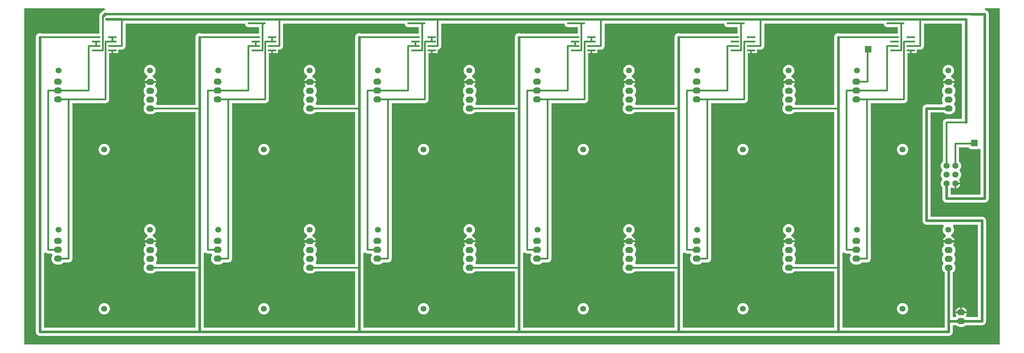
<source format=gbl>
G04 Layer_Physical_Order=2*
G04 Layer_Color=16711680*
%FSLAX25Y25*%
%MOIN*%
G70*
G01*
G75*
%ADD10R,0.09400X0.02000*%
%ADD11C,0.02000*%
%ADD12C,0.03000*%
%ADD13R,0.07500X0.07500*%
%ADD14R,0.20000X0.02000*%
%ADD15R,9.70000X0.03000*%
%ADD16R,9.80000X0.03000*%
%ADD17O,0.09000X0.07000*%
%ADD18C,0.07000*%
%ADD19C,0.06693*%
G36*
X348974Y462000D02*
X349077Y461217D01*
X349379Y460487D01*
X349860Y459860D01*
X350487Y459379D01*
X351217Y459077D01*
X352000Y458974D01*
X364465D01*
Y451500D01*
X361162D01*
X360900Y451535D01*
X299519D01*
X298675Y451884D01*
X297500Y452039D01*
X296325Y451884D01*
X295231Y451431D01*
X294291Y450709D01*
X293569Y449769D01*
X293116Y448675D01*
X292961Y447500D01*
Y370964D01*
X249018D01*
X248212Y372829D01*
X248431Y373300D01*
X249034Y374429D01*
X249406Y375655D01*
X249531Y376929D01*
X249406Y378203D01*
X249034Y379429D01*
X248431Y380558D01*
X247618Y381547D01*
Y382311D01*
X248431Y383300D01*
X249034Y384430D01*
X249406Y385655D01*
X249531Y386929D01*
X249406Y388203D01*
X249034Y389428D01*
X248431Y390558D01*
X247884Y391223D01*
X246978Y392903D01*
X247679Y393992D01*
X247804Y394155D01*
X248358Y395493D01*
X248416Y395929D01*
X235584D01*
X235642Y395493D01*
X236196Y394155D01*
X236321Y393992D01*
X237022Y392903D01*
X236116Y391223D01*
X235569Y390558D01*
X234966Y389428D01*
X234594Y388203D01*
X234469Y386929D01*
X234594Y385655D01*
X234966Y384430D01*
X235569Y383300D01*
X236205Y381929D01*
X235569Y380558D01*
X234966Y379429D01*
X234594Y378203D01*
X234469Y376929D01*
X234594Y375655D01*
X234966Y374429D01*
X235569Y373300D01*
X236205Y371929D01*
X235569Y370558D01*
X234966Y369428D01*
X234594Y368203D01*
X234469Y366929D01*
X234594Y365655D01*
X234966Y364429D01*
X235569Y363300D01*
X236382Y362311D01*
X237371Y361498D01*
X238500Y360895D01*
X239726Y360523D01*
X241000Y360398D01*
X243000D01*
X244274Y360523D01*
X245499Y360895D01*
X246629Y361498D01*
X247618Y362311D01*
X248098Y362895D01*
X292961D01*
Y190963D01*
X249018D01*
X248212Y192829D01*
X248431Y193300D01*
X249034Y194430D01*
X249406Y195655D01*
X249531Y196929D01*
X249406Y198203D01*
X249034Y199428D01*
X248431Y200558D01*
X247618Y201547D01*
Y202311D01*
X248431Y203300D01*
X249034Y204430D01*
X249406Y205655D01*
X249531Y206929D01*
X249406Y208203D01*
X249034Y209429D01*
X248431Y210558D01*
X247884Y211223D01*
X246978Y212903D01*
X247679Y213992D01*
X247804Y214155D01*
X248358Y215493D01*
X248416Y215929D01*
X235584D01*
X235642Y215493D01*
X236196Y214155D01*
X236321Y213992D01*
X237022Y212903D01*
X236116Y211223D01*
X235569Y210558D01*
X234966Y209429D01*
X234594Y208203D01*
X234469Y206929D01*
X234594Y205655D01*
X234966Y204430D01*
X235569Y203300D01*
X236205Y201929D01*
X235569Y200558D01*
X234966Y199428D01*
X234594Y198203D01*
X234469Y196929D01*
X234594Y195655D01*
X234966Y194430D01*
X235569Y193300D01*
X236205Y191929D01*
X235569Y190558D01*
X234966Y189428D01*
X234594Y188203D01*
X234469Y186929D01*
X234594Y185655D01*
X234966Y184430D01*
X235569Y183300D01*
X236382Y182311D01*
X237371Y181498D01*
X238500Y180895D01*
X239726Y180523D01*
X241000Y180398D01*
X243000D01*
X244274Y180523D01*
X245499Y180895D01*
X246629Y181498D01*
X247618Y182311D01*
X248098Y182895D01*
X292961D01*
Y119039D01*
X122039D01*
Y203609D01*
X124039Y204288D01*
X124147Y204147D01*
X124983Y203506D01*
X125956Y203103D01*
X127000Y202965D01*
X130967D01*
X131782Y201096D01*
X131569Y200637D01*
X130966Y199507D01*
X130594Y198282D01*
X130469Y197008D01*
X130594Y195734D01*
X130966Y194508D01*
X131569Y193379D01*
X132382Y192389D01*
X133371Y191577D01*
X134501Y190973D01*
X135726Y190602D01*
X137000Y190476D01*
X139000D01*
X140274Y190602D01*
X141499Y190973D01*
X142629Y191577D01*
X143618Y192389D01*
X144098Y192973D01*
X150000D01*
X151044Y193111D01*
X152017Y193514D01*
X152853Y194155D01*
X153494Y194991D01*
X153897Y195964D01*
X154034Y197008D01*
Y372973D01*
X191500D01*
X192544Y373111D01*
X193517Y373514D01*
X194353Y374155D01*
X194994Y374991D01*
X195397Y375964D01*
X195535Y377008D01*
Y429500D01*
X198100D01*
Y432500D01*
X200100D01*
Y429500D01*
X205800D01*
Y433465D01*
X210000D01*
X211044Y433603D01*
X212017Y434006D01*
X212853Y434647D01*
X213494Y435483D01*
X213897Y436456D01*
X214035Y437500D01*
Y462974D01*
X348974D01*
Y462000D01*
D02*
G37*
G36*
X1199500Y100000D02*
X100000D01*
Y480000D01*
X190607D01*
X190738Y478000D01*
X189956Y477897D01*
X188983Y477494D01*
X188620Y477216D01*
X188147Y476853D01*
X188147Y476853D01*
X185647Y474353D01*
X185006Y473517D01*
X184603Y472544D01*
X184466Y471500D01*
X184466Y471500D01*
Y451500D01*
X181162D01*
X180900Y451535D01*
X119519D01*
X118675Y451884D01*
X117500Y452039D01*
X116325Y451884D01*
X115231Y451431D01*
X114291Y450709D01*
X113569Y449769D01*
X113116Y448675D01*
X112961Y447500D01*
Y114500D01*
X113116Y113325D01*
X113569Y112231D01*
X114291Y111291D01*
X115231Y110569D01*
X116325Y110116D01*
X117500Y109961D01*
X1142000D01*
X1143175Y110116D01*
X1144269Y110569D01*
X1145209Y111291D01*
X1145931Y112231D01*
X1146384Y113325D01*
X1146539Y114500D01*
Y121961D01*
X1150316D01*
X1150382Y121882D01*
X1151371Y121069D01*
X1152501Y120466D01*
X1153726Y120094D01*
X1155000Y119969D01*
X1157000D01*
X1158274Y120094D01*
X1159499Y120466D01*
X1160629Y121069D01*
X1161618Y121882D01*
X1161684Y121961D01*
X1179500D01*
X1180675Y122116D01*
X1181769Y122569D01*
X1182709Y123291D01*
X1183431Y124231D01*
X1183884Y125325D01*
X1184039Y126500D01*
Y240000D01*
X1183884Y241175D01*
X1183431Y242269D01*
X1182709Y243209D01*
X1181769Y243931D01*
X1180675Y244384D01*
X1179500Y244539D01*
X1121539D01*
Y362390D01*
X1136316D01*
X1136382Y362311D01*
X1137371Y361498D01*
X1138500Y360895D01*
X1139726Y360523D01*
X1141000Y360398D01*
X1143000D01*
X1144274Y360523D01*
X1145500Y360895D01*
X1146629Y361498D01*
X1147618Y362311D01*
X1148431Y363300D01*
X1149034Y364429D01*
X1149406Y365655D01*
X1149531Y366929D01*
X1149406Y368203D01*
X1149034Y369428D01*
X1148431Y370558D01*
X1147795Y371929D01*
X1148431Y373300D01*
X1149034Y374429D01*
X1149406Y375655D01*
X1149531Y376929D01*
X1149406Y378203D01*
X1149034Y379429D01*
X1148431Y380558D01*
X1147795Y381929D01*
X1148431Y383300D01*
X1149034Y384430D01*
X1149406Y385655D01*
X1149531Y386929D01*
X1149406Y388203D01*
X1149034Y389428D01*
X1148431Y390558D01*
X1147884Y391223D01*
X1146978Y392903D01*
X1147679Y393992D01*
X1147804Y394155D01*
X1148358Y395493D01*
X1148416Y395929D01*
X1135584D01*
X1135642Y395493D01*
X1136196Y394155D01*
X1136321Y393992D01*
X1137022Y392903D01*
X1136116Y391223D01*
X1135569Y390558D01*
X1134966Y389428D01*
X1134594Y388203D01*
X1134468Y386929D01*
X1134594Y385655D01*
X1134966Y384430D01*
X1135569Y383300D01*
X1136205Y381929D01*
X1135569Y380558D01*
X1134966Y379429D01*
X1134594Y378203D01*
X1134468Y376929D01*
X1134594Y375655D01*
X1134966Y374429D01*
X1135480Y373468D01*
X1135292Y372831D01*
X1134486Y371468D01*
X1117000D01*
X1115825Y371313D01*
X1114731Y370860D01*
X1113791Y370138D01*
X1113069Y369198D01*
X1112616Y368104D01*
X1112461Y366929D01*
Y240000D01*
X1112616Y238825D01*
X1113069Y237731D01*
X1113791Y236791D01*
X1114731Y236069D01*
X1115825Y235616D01*
X1117000Y235461D01*
X1135419D01*
X1136365Y233461D01*
X1136227Y233293D01*
X1135637Y232190D01*
X1135274Y230994D01*
X1135152Y229750D01*
X1135274Y228506D01*
X1135637Y227310D01*
X1136227Y226207D01*
X1137020Y225241D01*
X1137986Y224448D01*
X1138670Y224082D01*
X1138830Y222734D01*
X1138640Y221904D01*
X1138226Y221733D01*
X1137077Y220852D01*
X1136196Y219703D01*
X1135642Y218365D01*
X1135584Y217929D01*
X1148416D01*
X1148358Y218365D01*
X1147804Y219703D01*
X1146923Y220852D01*
X1145774Y221733D01*
X1144904Y222094D01*
X1144613Y223522D01*
X1144718Y224258D01*
X1145072Y224448D01*
X1146038Y225241D01*
X1146831Y226207D01*
X1147421Y227310D01*
X1147784Y228506D01*
X1147906Y229750D01*
X1147784Y230994D01*
X1147421Y232190D01*
X1146831Y233293D01*
X1146693Y233461D01*
X1147639Y235461D01*
X1174961D01*
Y131039D01*
X1162168D01*
X1161617Y131720D01*
X1161129Y132708D01*
X1161679Y133563D01*
X1161804Y133726D01*
X1162358Y135064D01*
X1162416Y135500D01*
X1149584D01*
X1149642Y135064D01*
X1150196Y133726D01*
X1150321Y133563D01*
X1150871Y132708D01*
X1150383Y131720D01*
X1149832Y131039D01*
X1146539D01*
Y181450D01*
X1146629Y181498D01*
X1147618Y182311D01*
X1148431Y183300D01*
X1149034Y184430D01*
X1149406Y185655D01*
X1149531Y186929D01*
X1149406Y188203D01*
X1149034Y189428D01*
X1148431Y190558D01*
X1147795Y191929D01*
X1148431Y193300D01*
X1149034Y194430D01*
X1149406Y195655D01*
X1149531Y196929D01*
X1149406Y198203D01*
X1149034Y199428D01*
X1148431Y200558D01*
X1147795Y201929D01*
X1148431Y203300D01*
X1149034Y204430D01*
X1149406Y205655D01*
X1149531Y206929D01*
X1149406Y208203D01*
X1149034Y209429D01*
X1148431Y210558D01*
X1147884Y211223D01*
X1146978Y212903D01*
X1147679Y213992D01*
X1147804Y214155D01*
X1148358Y215493D01*
X1148416Y215929D01*
X1135584D01*
X1135642Y215493D01*
X1136196Y214155D01*
X1136321Y213992D01*
X1137022Y212903D01*
X1136116Y211223D01*
X1135569Y210558D01*
X1134966Y209429D01*
X1134594Y208203D01*
X1134468Y206929D01*
X1134594Y205655D01*
X1134966Y204430D01*
X1135569Y203300D01*
X1136205Y201929D01*
X1135569Y200558D01*
X1134966Y199428D01*
X1134594Y198203D01*
X1134468Y196929D01*
X1134594Y195655D01*
X1134966Y194430D01*
X1135569Y193300D01*
X1136205Y191929D01*
X1135569Y190558D01*
X1134966Y189428D01*
X1134594Y188203D01*
X1134468Y186929D01*
X1134594Y185655D01*
X1134966Y184430D01*
X1135569Y183300D01*
X1136382Y182311D01*
X1137371Y181498D01*
X1137461Y181450D01*
Y126000D01*
Y119039D01*
X1022039D01*
Y186929D01*
Y203609D01*
X1024039Y204288D01*
X1024147Y204147D01*
X1024983Y203506D01*
X1025956Y203103D01*
X1027000Y202965D01*
X1030967D01*
X1031782Y201096D01*
X1031569Y200637D01*
X1030966Y199507D01*
X1030594Y198282D01*
X1030468Y197008D01*
X1030594Y195734D01*
X1030966Y194508D01*
X1031569Y193379D01*
X1032382Y192389D01*
X1033371Y191577D01*
X1034501Y190973D01*
X1035726Y190602D01*
X1037000Y190476D01*
X1039000D01*
X1040274Y190602D01*
X1041500Y190973D01*
X1042629Y191577D01*
X1043618Y192389D01*
X1044098Y192973D01*
X1050000D01*
X1051044Y193111D01*
X1052017Y193514D01*
X1052853Y194155D01*
X1053494Y194991D01*
X1053897Y195964D01*
X1054035Y197008D01*
Y372973D01*
X1091500D01*
X1092544Y373111D01*
X1093517Y373514D01*
X1094353Y374155D01*
X1094994Y374991D01*
X1095397Y375964D01*
X1095535Y377008D01*
Y429500D01*
X1098100D01*
Y432500D01*
X1100100D01*
Y429500D01*
X1105800D01*
Y433465D01*
X1110000D01*
X1111044Y433603D01*
X1112017Y434006D01*
X1112853Y434647D01*
X1113494Y435483D01*
X1113897Y436456D01*
X1114034Y437500D01*
Y462974D01*
X1156961D01*
Y355034D01*
X1139500D01*
X1138456Y354897D01*
X1137483Y354494D01*
X1136647Y353853D01*
X1136006Y353017D01*
X1135603Y352044D01*
X1135466Y351000D01*
Y307098D01*
X1134882Y306618D01*
X1134069Y305629D01*
X1133466Y304500D01*
X1133094Y303274D01*
X1132969Y302000D01*
X1133094Y300726D01*
X1133466Y299500D01*
X1134069Y298371D01*
X1134705Y297000D01*
X1134069Y295629D01*
X1133466Y294499D01*
X1133094Y293274D01*
X1132969Y292000D01*
X1133094Y290726D01*
X1133466Y289500D01*
X1134069Y288371D01*
X1134705Y287000D01*
X1134069Y285629D01*
X1133466Y284500D01*
X1133094Y283274D01*
X1132969Y282000D01*
X1133094Y280726D01*
X1133466Y279501D01*
X1134069Y278371D01*
X1134882Y277382D01*
X1134961Y277316D01*
Y265000D01*
X1135116Y263825D01*
X1135569Y262731D01*
X1136291Y261791D01*
X1137231Y261069D01*
X1138325Y260616D01*
X1139500Y260461D01*
X1182500D01*
X1183675Y260616D01*
X1184769Y261069D01*
X1185709Y261791D01*
X1186431Y262731D01*
X1186884Y263825D01*
X1187039Y265000D01*
Y473500D01*
X1186884Y474675D01*
X1186431Y475769D01*
X1185709Y476709D01*
X1184769Y477431D01*
X1183675Y477884D01*
X1182795Y478000D01*
X1182926Y480000D01*
X1199500D01*
Y100000D01*
D02*
G37*
G36*
X1164380Y322487D02*
X1164860Y321860D01*
X1165487Y321379D01*
X1166217Y321077D01*
X1167000Y320974D01*
X1174500D01*
X1175283Y321077D01*
X1176013Y321379D01*
X1177961Y320454D01*
Y269539D01*
X1144039D01*
Y276832D01*
X1144720Y277383D01*
X1145708Y277871D01*
X1146563Y277321D01*
X1146726Y277196D01*
X1148064Y276642D01*
X1148500Y276584D01*
Y282000D01*
X1149500D01*
Y283000D01*
X1154916D01*
X1154858Y283436D01*
X1154304Y284774D01*
X1154179Y284937D01*
X1153478Y286026D01*
X1154384Y287706D01*
X1154931Y288371D01*
X1155534Y289500D01*
X1155906Y290726D01*
X1156032Y292000D01*
X1155906Y293274D01*
X1155534Y294499D01*
X1154931Y295629D01*
X1154295Y297000D01*
X1154931Y298371D01*
X1155534Y299500D01*
X1155906Y300726D01*
X1156032Y302000D01*
X1155906Y303274D01*
X1155534Y304500D01*
X1154931Y305629D01*
X1154118Y306618D01*
X1153535Y307098D01*
Y322966D01*
X1164181D01*
X1164380Y322487D01*
D02*
G37*
G36*
X528974Y462000D02*
X529077Y461217D01*
X529380Y460487D01*
X529860Y459860D01*
X530487Y459379D01*
X531217Y459077D01*
X532000Y458974D01*
X544465D01*
Y451500D01*
X541162D01*
X540900Y451535D01*
X479519D01*
X478675Y451884D01*
X477500Y452039D01*
X476325Y451884D01*
X475231Y451431D01*
X474291Y450709D01*
X473569Y449769D01*
X473116Y448675D01*
X472961Y447500D01*
Y370964D01*
X429018D01*
X428212Y372829D01*
X428431Y373300D01*
X429034Y374429D01*
X429406Y375655D01*
X429531Y376929D01*
X429406Y378203D01*
X429034Y379429D01*
X428431Y380558D01*
X427795Y381929D01*
X428431Y383300D01*
X429034Y384430D01*
X429406Y385655D01*
X429531Y386929D01*
X429406Y388203D01*
X429034Y389428D01*
X428431Y390558D01*
X427884Y391223D01*
X426978Y392903D01*
X427679Y393992D01*
X427804Y394155D01*
X428358Y395493D01*
X428416Y395929D01*
X415584D01*
X415642Y395493D01*
X416196Y394155D01*
X416321Y393992D01*
X417022Y392903D01*
X416116Y391223D01*
X415569Y390558D01*
X414966Y389428D01*
X414594Y388203D01*
X414468Y386929D01*
X414594Y385655D01*
X414966Y384430D01*
X415569Y383300D01*
X416205Y381929D01*
X415569Y380558D01*
X414966Y379429D01*
X414594Y378203D01*
X414468Y376929D01*
X414594Y375655D01*
X414966Y374429D01*
X415569Y373300D01*
X416205Y371929D01*
X415569Y370558D01*
X414966Y369428D01*
X414594Y368203D01*
X414468Y366929D01*
X414594Y365655D01*
X414966Y364429D01*
X415569Y363300D01*
X416382Y362311D01*
X417371Y361498D01*
X418501Y360895D01*
X419726Y360523D01*
X421000Y360398D01*
X423000D01*
X424274Y360523D01*
X425499Y360895D01*
X426629Y361498D01*
X427618Y362311D01*
X428098Y362895D01*
X472961D01*
Y190963D01*
X429018D01*
X428212Y192829D01*
X428431Y193300D01*
X429034Y194430D01*
X429406Y195655D01*
X429531Y196929D01*
X429406Y198203D01*
X429034Y199428D01*
X428431Y200558D01*
X427795Y201929D01*
X428431Y203300D01*
X429034Y204430D01*
X429406Y205655D01*
X429531Y206929D01*
X429406Y208203D01*
X429034Y209429D01*
X428431Y210558D01*
X427884Y211223D01*
X426978Y212903D01*
X427679Y213992D01*
X427804Y214155D01*
X428358Y215493D01*
X428416Y215929D01*
X415584D01*
X415642Y215493D01*
X416196Y214155D01*
X416321Y213992D01*
X417022Y212903D01*
X416116Y211223D01*
X415569Y210558D01*
X414966Y209429D01*
X414594Y208203D01*
X414468Y206929D01*
X414594Y205655D01*
X414966Y204430D01*
X415569Y203300D01*
X416205Y201929D01*
X415569Y200558D01*
X414966Y199428D01*
X414594Y198203D01*
X414468Y196929D01*
X414594Y195655D01*
X414966Y194430D01*
X415569Y193300D01*
X416205Y191929D01*
X415569Y190558D01*
X414966Y189428D01*
X414594Y188203D01*
X414468Y186929D01*
X414594Y185655D01*
X414966Y184430D01*
X415569Y183300D01*
X416382Y182311D01*
X417371Y181498D01*
X418501Y180895D01*
X419726Y180523D01*
X421000Y180398D01*
X423000D01*
X424274Y180523D01*
X425499Y180895D01*
X426629Y181498D01*
X427618Y182311D01*
X428098Y182895D01*
X472961D01*
Y119039D01*
X302039D01*
Y186929D01*
Y203609D01*
X304039Y204288D01*
X304147Y204147D01*
X304983Y203506D01*
X305956Y203103D01*
X307000Y202965D01*
X310967D01*
X311782Y201096D01*
X311569Y200637D01*
X310966Y199507D01*
X310594Y198282D01*
X310469Y197008D01*
X310594Y195734D01*
X310966Y194508D01*
X311569Y193379D01*
X312382Y192389D01*
X313371Y191577D01*
X314500Y190973D01*
X315726Y190602D01*
X317000Y190476D01*
X319000D01*
X320274Y190602D01*
X321499Y190973D01*
X322629Y191577D01*
X323618Y192389D01*
X324098Y192973D01*
X330000D01*
X331044Y193111D01*
X332017Y193514D01*
X332853Y194155D01*
X333494Y194991D01*
X333897Y195964D01*
X334034Y197008D01*
Y372973D01*
X371500D01*
X372544Y373111D01*
X373517Y373514D01*
X374353Y374155D01*
X374994Y374991D01*
X375397Y375964D01*
X375535Y377008D01*
Y429500D01*
X378100D01*
Y432500D01*
X380100D01*
Y429500D01*
X385800D01*
Y433465D01*
X387500D01*
X388544Y433603D01*
X389517Y434006D01*
X390353Y434647D01*
X390994Y435483D01*
X391397Y436456D01*
X391534Y437500D01*
Y462974D01*
X528974D01*
Y462000D01*
D02*
G37*
G36*
X1068974D02*
X1069077Y461217D01*
X1069380Y460487D01*
X1069860Y459860D01*
X1070487Y459379D01*
X1071217Y459077D01*
X1072000Y458974D01*
X1084466D01*
Y451500D01*
X1081162D01*
X1080900Y451535D01*
X1019519D01*
X1018675Y451884D01*
X1017500Y452039D01*
X1016325Y451884D01*
X1015231Y451431D01*
X1014291Y450709D01*
X1013569Y449769D01*
X1013116Y448675D01*
X1012961Y447500D01*
Y370964D01*
X969018D01*
X968212Y372829D01*
X968431Y373300D01*
X969034Y374429D01*
X969406Y375655D01*
X969532Y376929D01*
X969406Y378203D01*
X969034Y379429D01*
X968431Y380558D01*
X967795Y381929D01*
X968431Y383300D01*
X969034Y384430D01*
X969406Y385655D01*
X969532Y386929D01*
X969406Y388203D01*
X969034Y389428D01*
X968431Y390558D01*
X967884Y391223D01*
X966978Y392903D01*
X967679Y393992D01*
X967804Y394155D01*
X968358Y395493D01*
X968416Y395929D01*
X955584D01*
X955642Y395493D01*
X956196Y394155D01*
X956321Y393992D01*
X957022Y392903D01*
X956116Y391223D01*
X955569Y390558D01*
X954966Y389428D01*
X954594Y388203D01*
X954469Y386929D01*
X954594Y385655D01*
X954966Y384430D01*
X955569Y383300D01*
X956205Y381929D01*
X955569Y380558D01*
X954966Y379429D01*
X954594Y378203D01*
X954469Y376929D01*
X954594Y375655D01*
X954966Y374429D01*
X955569Y373300D01*
X956205Y371929D01*
X955569Y370558D01*
X954966Y369428D01*
X954594Y368203D01*
X954469Y366929D01*
X954594Y365655D01*
X954966Y364429D01*
X955569Y363300D01*
X956382Y362311D01*
X957371Y361498D01*
X958500Y360895D01*
X959726Y360523D01*
X961000Y360398D01*
X963000D01*
X964274Y360523D01*
X965499Y360895D01*
X966629Y361498D01*
X967618Y362311D01*
X968098Y362895D01*
X1012961D01*
Y190963D01*
X969018D01*
X968212Y192829D01*
X968431Y193300D01*
X969034Y194430D01*
X969406Y195655D01*
X969532Y196929D01*
X969406Y198203D01*
X969034Y199428D01*
X968431Y200558D01*
X967795Y201929D01*
X968431Y203300D01*
X969034Y204430D01*
X969406Y205655D01*
X969532Y206929D01*
X969406Y208203D01*
X969034Y209429D01*
X968431Y210558D01*
X967884Y211223D01*
X966978Y212903D01*
X967679Y213992D01*
X967804Y214155D01*
X968358Y215493D01*
X968416Y215929D01*
X955584D01*
X955642Y215493D01*
X956196Y214155D01*
X956321Y213992D01*
X957022Y212903D01*
X956116Y211223D01*
X955569Y210558D01*
X954966Y209429D01*
X954594Y208203D01*
X954469Y206929D01*
X954594Y205655D01*
X954966Y204430D01*
X955569Y203300D01*
X956205Y201929D01*
X955569Y200558D01*
X954966Y199428D01*
X954594Y198203D01*
X954469Y196929D01*
X954594Y195655D01*
X954966Y194430D01*
X955569Y193300D01*
X956205Y191929D01*
X955569Y190558D01*
X954966Y189428D01*
X954594Y188203D01*
X954469Y186929D01*
X954594Y185655D01*
X954966Y184430D01*
X955569Y183300D01*
X956382Y182311D01*
X957371Y181498D01*
X958500Y180895D01*
X959726Y180523D01*
X961000Y180398D01*
X963000D01*
X964274Y180523D01*
X965499Y180895D01*
X966629Y181498D01*
X967618Y182311D01*
X968098Y182895D01*
X1012961D01*
Y119039D01*
X842039D01*
Y186929D01*
Y203609D01*
X844039Y204288D01*
X844147Y204147D01*
X844983Y203506D01*
X845956Y203103D01*
X847000Y202965D01*
X850967D01*
X851782Y201096D01*
X851569Y200637D01*
X850966Y199507D01*
X850594Y198282D01*
X850469Y197008D01*
X850594Y195734D01*
X850966Y194508D01*
X851569Y193379D01*
X852382Y192389D01*
X853371Y191577D01*
X854500Y190973D01*
X855726Y190602D01*
X857000Y190476D01*
X859000D01*
X860274Y190602D01*
X861500Y190973D01*
X862629Y191577D01*
X863618Y192389D01*
X864098Y192973D01*
X870000D01*
X871044Y193111D01*
X872017Y193514D01*
X872853Y194155D01*
X873494Y194991D01*
X873897Y195964D01*
X874035Y197008D01*
Y372973D01*
X911500D01*
X912544Y373111D01*
X913517Y373514D01*
X914353Y374155D01*
X914994Y374991D01*
X915397Y375964D01*
X915534Y377008D01*
Y429500D01*
X918100D01*
Y432500D01*
X920100D01*
Y429500D01*
X925800D01*
Y433465D01*
X930000D01*
X931044Y433603D01*
X932017Y434006D01*
X932853Y434647D01*
X933494Y435483D01*
X933897Y436456D01*
X934035Y437500D01*
Y462974D01*
X1068974D01*
Y462000D01*
D02*
G37*
G36*
X888974D02*
X889077Y461217D01*
X889380Y460487D01*
X889860Y459860D01*
X890487Y459379D01*
X891217Y459077D01*
X892000Y458974D01*
X903965D01*
Y451500D01*
X901162D01*
X900900Y451535D01*
X839519D01*
X838675Y451884D01*
X837500Y452039D01*
X836325Y451884D01*
X835231Y451431D01*
X834291Y450709D01*
X833569Y449769D01*
X833116Y448675D01*
X832961Y447500D01*
Y370964D01*
X789018D01*
X788212Y372829D01*
X788431Y373300D01*
X789034Y374429D01*
X789406Y375655D01*
X789532Y376929D01*
X789406Y378203D01*
X789034Y379429D01*
X788431Y380558D01*
X787795Y381929D01*
X788431Y383300D01*
X789034Y384430D01*
X789406Y385655D01*
X789532Y386929D01*
X789406Y388203D01*
X789034Y389428D01*
X788431Y390558D01*
X787884Y391223D01*
X786978Y392903D01*
X787679Y393992D01*
X787804Y394155D01*
X788358Y395493D01*
X788416Y395929D01*
X775584D01*
X775642Y395493D01*
X776196Y394155D01*
X776321Y393992D01*
X777022Y392903D01*
X776116Y391223D01*
X775569Y390558D01*
X774966Y389428D01*
X774594Y388203D01*
X774469Y386929D01*
X774594Y385655D01*
X774966Y384430D01*
X775569Y383300D01*
X776205Y381929D01*
X775569Y380558D01*
X774966Y379429D01*
X774594Y378203D01*
X774469Y376929D01*
X774594Y375655D01*
X774966Y374429D01*
X775569Y373300D01*
X776205Y371929D01*
X775569Y370558D01*
X774966Y369428D01*
X774594Y368203D01*
X774469Y366929D01*
X774594Y365655D01*
X774966Y364429D01*
X775569Y363300D01*
X776382Y362311D01*
X777371Y361498D01*
X778501Y360895D01*
X779726Y360523D01*
X781000Y360398D01*
X783000D01*
X784274Y360523D01*
X785499Y360895D01*
X786629Y361498D01*
X787618Y362311D01*
X788098Y362895D01*
X832961D01*
Y190963D01*
X789018D01*
X788212Y192829D01*
X788431Y193300D01*
X789034Y194430D01*
X789406Y195655D01*
X789532Y196929D01*
X789406Y198203D01*
X789034Y199428D01*
X788431Y200558D01*
X787795Y201929D01*
X788431Y203300D01*
X789034Y204430D01*
X789406Y205655D01*
X789532Y206929D01*
X789406Y208203D01*
X789034Y209429D01*
X788431Y210558D01*
X787884Y211223D01*
X786978Y212903D01*
X787679Y213992D01*
X787804Y214155D01*
X788358Y215493D01*
X788416Y215929D01*
X775584D01*
X775642Y215493D01*
X776196Y214155D01*
X776321Y213992D01*
X777022Y212903D01*
X776116Y211223D01*
X775569Y210558D01*
X774966Y209429D01*
X774594Y208203D01*
X774469Y206929D01*
X774594Y205655D01*
X774966Y204430D01*
X775569Y203300D01*
X776205Y201929D01*
X775569Y200558D01*
X774966Y199428D01*
X774594Y198203D01*
X774469Y196929D01*
X774594Y195655D01*
X774966Y194430D01*
X775569Y193300D01*
X776205Y191929D01*
X775569Y190558D01*
X774966Y189428D01*
X774594Y188203D01*
X774469Y186929D01*
X774594Y185655D01*
X774966Y184430D01*
X775569Y183300D01*
X776382Y182311D01*
X777371Y181498D01*
X778501Y180895D01*
X779726Y180523D01*
X781000Y180398D01*
X783000D01*
X784274Y180523D01*
X785499Y180895D01*
X786629Y181498D01*
X787618Y182311D01*
X788098Y182895D01*
X832961D01*
Y119039D01*
X662039D01*
Y186929D01*
Y203609D01*
X664039Y204288D01*
X664147Y204147D01*
X664983Y203506D01*
X665956Y203103D01*
X667000Y202965D01*
X670967D01*
X671782Y201096D01*
X671569Y200637D01*
X670966Y199507D01*
X670594Y198282D01*
X670469Y197008D01*
X670594Y195734D01*
X670966Y194508D01*
X671569Y193379D01*
X672382Y192389D01*
X673371Y191577D01*
X674501Y190973D01*
X675726Y190602D01*
X677000Y190476D01*
X679000D01*
X680274Y190602D01*
X681499Y190973D01*
X682629Y191577D01*
X683618Y192389D01*
X684098Y192973D01*
X690000D01*
X691044Y193111D01*
X692017Y193514D01*
X692853Y194155D01*
X693494Y194991D01*
X693897Y195964D01*
X694034Y197008D01*
Y372973D01*
X731500D01*
X732544Y373111D01*
X733517Y373514D01*
X734353Y374155D01*
X734994Y374991D01*
X735397Y375964D01*
X735534Y377008D01*
Y429500D01*
X738100D01*
Y432500D01*
X740100D01*
Y429500D01*
X745800D01*
Y433465D01*
X750000D01*
X751044Y433603D01*
X752017Y434006D01*
X752853Y434647D01*
X753494Y435483D01*
X753897Y436456D01*
X754035Y437500D01*
Y462974D01*
X888974D01*
Y462000D01*
D02*
G37*
G36*
X708974D02*
X709077Y461217D01*
X709379Y460487D01*
X709860Y459860D01*
X710487Y459379D01*
X711217Y459077D01*
X712000Y458974D01*
X723966D01*
Y451500D01*
X721162D01*
X720900Y451535D01*
X659519D01*
X658675Y451884D01*
X657500Y452039D01*
X656325Y451884D01*
X655231Y451431D01*
X654291Y450709D01*
X653569Y449769D01*
X653116Y448675D01*
X652961Y447500D01*
Y370964D01*
X609018D01*
X608212Y372829D01*
X608431Y373300D01*
X609034Y374429D01*
X609406Y375655D01*
X609531Y376929D01*
X609406Y378203D01*
X609034Y379429D01*
X608431Y380558D01*
X607795Y381929D01*
X608431Y383300D01*
X609034Y384430D01*
X609406Y385655D01*
X609531Y386929D01*
X609406Y388203D01*
X609034Y389428D01*
X608431Y390558D01*
X607884Y391223D01*
X606978Y392903D01*
X607679Y393992D01*
X607804Y394155D01*
X608358Y395493D01*
X608416Y395929D01*
X595584D01*
X595642Y395493D01*
X596196Y394155D01*
X596321Y393992D01*
X597022Y392903D01*
X596116Y391223D01*
X595569Y390558D01*
X594966Y389428D01*
X594594Y388203D01*
X594468Y386929D01*
X594594Y385655D01*
X594966Y384430D01*
X595569Y383300D01*
X596205Y381929D01*
X595569Y380558D01*
X594966Y379429D01*
X594594Y378203D01*
X594468Y376929D01*
X594594Y375655D01*
X594966Y374429D01*
X595569Y373300D01*
X596205Y371929D01*
X595569Y370558D01*
X594966Y369428D01*
X594594Y368203D01*
X594468Y366929D01*
X594594Y365655D01*
X594966Y364429D01*
X595569Y363300D01*
X596382Y362311D01*
X597371Y361498D01*
X598500Y360895D01*
X599726Y360523D01*
X601000Y360398D01*
X603000D01*
X604274Y360523D01*
X605500Y360895D01*
X606629Y361498D01*
X607618Y362311D01*
X608098Y362895D01*
X652961D01*
Y190963D01*
X609018D01*
X608212Y192829D01*
X608431Y193300D01*
X609034Y194430D01*
X609406Y195655D01*
X609531Y196929D01*
X609406Y198203D01*
X609034Y199428D01*
X608431Y200558D01*
X607795Y201929D01*
X608431Y203300D01*
X609034Y204430D01*
X609406Y205655D01*
X609531Y206929D01*
X609406Y208203D01*
X609034Y209429D01*
X608431Y210558D01*
X607884Y211223D01*
X606978Y212903D01*
X607679Y213992D01*
X607804Y214155D01*
X608358Y215493D01*
X608416Y215929D01*
X595584D01*
X595642Y215493D01*
X596196Y214155D01*
X596321Y213992D01*
X597022Y212903D01*
X596116Y211223D01*
X595569Y210558D01*
X594966Y209429D01*
X594594Y208203D01*
X594468Y206929D01*
X594594Y205655D01*
X594966Y204430D01*
X595569Y203300D01*
X596205Y201929D01*
X595569Y200558D01*
X594966Y199428D01*
X594594Y198203D01*
X594468Y196929D01*
X594594Y195655D01*
X594966Y194430D01*
X595569Y193300D01*
X596205Y191929D01*
X595569Y190558D01*
X594966Y189428D01*
X594594Y188203D01*
X594468Y186929D01*
X594594Y185655D01*
X594966Y184430D01*
X595569Y183300D01*
X596382Y182311D01*
X597371Y181498D01*
X598500Y180895D01*
X599726Y180523D01*
X601000Y180398D01*
X603000D01*
X604274Y180523D01*
X605500Y180895D01*
X606629Y181498D01*
X607618Y182311D01*
X608098Y182895D01*
X652961D01*
Y119039D01*
X482039D01*
Y186929D01*
Y203609D01*
X484039Y204288D01*
X484147Y204147D01*
X484983Y203506D01*
X485956Y203103D01*
X487000Y202965D01*
X490967D01*
X491782Y201096D01*
X491569Y200637D01*
X490966Y199507D01*
X490594Y198282D01*
X490469Y197008D01*
X490594Y195734D01*
X490966Y194508D01*
X491569Y193379D01*
X492382Y192389D01*
X493371Y191577D01*
X494500Y190973D01*
X495726Y190602D01*
X497000Y190476D01*
X499000D01*
X500274Y190602D01*
X501500Y190973D01*
X502629Y191577D01*
X503618Y192389D01*
X504098Y192973D01*
X510000D01*
X511044Y193111D01*
X512017Y193514D01*
X512853Y194155D01*
X513494Y194991D01*
X513897Y195964D01*
X514035Y197008D01*
Y372973D01*
X551500D01*
X552544Y373111D01*
X553517Y373514D01*
X554353Y374155D01*
X554994Y374991D01*
X555397Y375964D01*
X555535Y377008D01*
Y429500D01*
X558100D01*
Y432500D01*
X560100D01*
Y429500D01*
X565800D01*
Y433465D01*
X566062Y433500D01*
X566800D01*
Y433597D01*
X566844Y433603D01*
X567817Y434006D01*
X568653Y434647D01*
X569294Y435483D01*
X569697Y436456D01*
X569835Y437500D01*
Y462974D01*
X708974D01*
Y462000D01*
D02*
G37*
%LPC*%
G36*
X241529Y236127D02*
X240285Y236005D01*
X239089Y235642D01*
X237986Y235052D01*
X237020Y234259D01*
X236227Y233293D01*
X235637Y232190D01*
X235274Y230994D01*
X235152Y229750D01*
X235274Y228506D01*
X235637Y227310D01*
X236227Y226207D01*
X237020Y225241D01*
X237986Y224448D01*
X238670Y224082D01*
X238830Y222734D01*
X238640Y221904D01*
X238226Y221733D01*
X237077Y220852D01*
X236196Y219703D01*
X235642Y218365D01*
X235584Y217929D01*
X248416D01*
X248358Y218365D01*
X247804Y219703D01*
X246923Y220852D01*
X245774Y221733D01*
X244904Y222094D01*
X244613Y223522D01*
X244718Y224258D01*
X245072Y224448D01*
X246038Y225241D01*
X246831Y226207D01*
X247421Y227310D01*
X247784Y228506D01*
X247906Y229750D01*
X247784Y230994D01*
X247421Y232190D01*
X246831Y233293D01*
X246038Y234259D01*
X245072Y235052D01*
X243969Y235642D01*
X242773Y236005D01*
X241529Y236127D01*
D02*
G37*
G36*
X190000Y146877D02*
X188756Y146755D01*
X187560Y146392D01*
X186457Y145802D01*
X185491Y145009D01*
X184698Y144043D01*
X184108Y142940D01*
X183745Y141744D01*
X183623Y140500D01*
X183745Y139256D01*
X184108Y138060D01*
X184698Y136957D01*
X185491Y135991D01*
X186457Y135198D01*
X187560Y134608D01*
X188756Y134245D01*
X190000Y134123D01*
X191244Y134245D01*
X192440Y134608D01*
X193543Y135198D01*
X194509Y135991D01*
X195302Y136957D01*
X195892Y138060D01*
X196255Y139256D01*
X196377Y140500D01*
X196255Y141744D01*
X195892Y142940D01*
X195302Y144043D01*
X194509Y145009D01*
X193543Y145802D01*
X192440Y146392D01*
X191244Y146755D01*
X190000Y146877D01*
D02*
G37*
G36*
X241529Y416127D02*
X240285Y416005D01*
X239089Y415642D01*
X237986Y415052D01*
X237020Y414259D01*
X236227Y413293D01*
X235637Y412190D01*
X235274Y410994D01*
X235152Y409750D01*
X235274Y408506D01*
X235637Y407310D01*
X236227Y406207D01*
X237020Y405241D01*
X237986Y404448D01*
X238670Y404082D01*
X238830Y402734D01*
X238640Y401904D01*
X238226Y401733D01*
X237077Y400852D01*
X236196Y399703D01*
X235642Y398365D01*
X235584Y397929D01*
X248416D01*
X248358Y398365D01*
X247804Y399703D01*
X246923Y400852D01*
X245774Y401733D01*
X244904Y402094D01*
X244613Y403522D01*
X244718Y404258D01*
X245072Y404448D01*
X246038Y405241D01*
X246831Y406207D01*
X247421Y407310D01*
X247784Y408506D01*
X247906Y409750D01*
X247784Y410994D01*
X247421Y412190D01*
X246831Y413293D01*
X246038Y414259D01*
X245072Y415052D01*
X243969Y415642D01*
X242773Y416005D01*
X241529Y416127D01*
D02*
G37*
G36*
X190000Y326877D02*
X188756Y326755D01*
X187560Y326392D01*
X186457Y325802D01*
X185491Y325009D01*
X184698Y324043D01*
X184108Y322940D01*
X183745Y321744D01*
X183623Y320500D01*
X183745Y319256D01*
X184108Y318060D01*
X184698Y316957D01*
X185491Y315991D01*
X186457Y315198D01*
X187560Y314608D01*
X188756Y314245D01*
X190000Y314123D01*
X191244Y314245D01*
X192440Y314608D01*
X193543Y315198D01*
X194509Y315991D01*
X195302Y316957D01*
X195892Y318060D01*
X196255Y319256D01*
X196377Y320500D01*
X196255Y321744D01*
X195892Y322940D01*
X195302Y324043D01*
X194509Y325009D01*
X193543Y325802D01*
X192440Y326392D01*
X191244Y326755D01*
X190000Y326877D01*
D02*
G37*
G36*
X1157000Y142048D02*
Y137500D01*
X1162416D01*
X1162358Y137936D01*
X1161804Y139274D01*
X1160923Y140423D01*
X1159774Y141304D01*
X1158436Y141858D01*
X1157000Y142048D01*
D02*
G37*
G36*
X1155000D02*
X1153564Y141858D01*
X1152226Y141304D01*
X1151077Y140423D01*
X1150196Y139274D01*
X1149642Y137936D01*
X1149584Y137500D01*
X1155000D01*
Y142048D01*
D02*
G37*
G36*
X1090000Y146877D02*
X1088756Y146755D01*
X1087560Y146392D01*
X1086457Y145802D01*
X1085491Y145009D01*
X1084698Y144043D01*
X1084108Y142940D01*
X1083745Y141744D01*
X1083623Y140500D01*
X1083745Y139256D01*
X1084108Y138060D01*
X1084698Y136957D01*
X1085491Y135991D01*
X1086457Y135198D01*
X1087560Y134608D01*
X1088756Y134245D01*
X1090000Y134123D01*
X1091244Y134245D01*
X1092440Y134608D01*
X1093543Y135198D01*
X1094509Y135991D01*
X1095302Y136957D01*
X1095892Y138060D01*
X1096255Y139256D01*
X1096377Y140500D01*
X1096255Y141744D01*
X1095892Y142940D01*
X1095302Y144043D01*
X1094509Y145009D01*
X1093543Y145802D01*
X1092440Y146392D01*
X1091244Y146755D01*
X1090000Y146877D01*
D02*
G37*
G36*
X1141529Y416127D02*
X1140285Y416005D01*
X1139089Y415642D01*
X1137986Y415052D01*
X1137020Y414259D01*
X1136227Y413293D01*
X1135637Y412190D01*
X1135274Y410994D01*
X1135152Y409750D01*
X1135274Y408506D01*
X1135637Y407310D01*
X1136227Y406207D01*
X1137020Y405241D01*
X1137986Y404448D01*
X1138670Y404082D01*
X1138830Y402734D01*
X1138640Y401904D01*
X1138226Y401733D01*
X1137077Y400852D01*
X1136196Y399703D01*
X1135642Y398365D01*
X1135584Y397929D01*
X1148416D01*
X1148358Y398365D01*
X1147804Y399703D01*
X1146923Y400852D01*
X1145774Y401733D01*
X1144904Y402094D01*
X1144613Y403522D01*
X1144718Y404258D01*
X1145072Y404448D01*
X1146038Y405241D01*
X1146831Y406207D01*
X1147421Y407310D01*
X1147784Y408506D01*
X1147906Y409750D01*
X1147784Y410994D01*
X1147421Y412190D01*
X1146831Y413293D01*
X1146038Y414259D01*
X1145072Y415052D01*
X1143969Y415642D01*
X1142773Y416005D01*
X1141529Y416127D01*
D02*
G37*
G36*
X1090000Y326877D02*
X1088756Y326755D01*
X1087560Y326392D01*
X1086457Y325802D01*
X1085491Y325009D01*
X1084698Y324043D01*
X1084108Y322940D01*
X1083745Y321744D01*
X1083623Y320500D01*
X1083745Y319256D01*
X1084108Y318060D01*
X1084698Y316957D01*
X1085491Y315991D01*
X1086457Y315198D01*
X1087560Y314608D01*
X1088756Y314245D01*
X1090000Y314123D01*
X1091244Y314245D01*
X1092440Y314608D01*
X1093543Y315198D01*
X1094509Y315991D01*
X1095302Y316957D01*
X1095892Y318060D01*
X1096255Y319256D01*
X1096377Y320500D01*
X1096255Y321744D01*
X1095892Y322940D01*
X1095302Y324043D01*
X1094509Y325009D01*
X1093543Y325802D01*
X1092440Y326392D01*
X1091244Y326755D01*
X1090000Y326877D01*
D02*
G37*
G36*
X1154916Y281000D02*
X1150500D01*
Y276584D01*
X1150936Y276642D01*
X1152274Y277196D01*
X1153423Y278077D01*
X1154304Y279226D01*
X1154858Y280564D01*
X1154916Y281000D01*
D02*
G37*
G36*
X421529Y236127D02*
X420285Y236005D01*
X419089Y235642D01*
X417986Y235052D01*
X417020Y234259D01*
X416227Y233293D01*
X415637Y232190D01*
X415274Y230994D01*
X415152Y229750D01*
X415274Y228506D01*
X415637Y227310D01*
X416227Y226207D01*
X417020Y225241D01*
X417986Y224448D01*
X418670Y224082D01*
X418830Y222734D01*
X418640Y221904D01*
X418226Y221733D01*
X417077Y220852D01*
X416196Y219703D01*
X415642Y218365D01*
X415584Y217929D01*
X428416D01*
X428358Y218365D01*
X427804Y219703D01*
X426923Y220852D01*
X425774Y221733D01*
X424904Y222094D01*
X424613Y223522D01*
X424718Y224258D01*
X425072Y224448D01*
X426038Y225241D01*
X426831Y226207D01*
X427421Y227310D01*
X427784Y228506D01*
X427906Y229750D01*
X427784Y230994D01*
X427421Y232190D01*
X426831Y233293D01*
X426038Y234259D01*
X425072Y235052D01*
X423969Y235642D01*
X422773Y236005D01*
X421529Y236127D01*
D02*
G37*
G36*
X370000Y146877D02*
X368756Y146755D01*
X367560Y146392D01*
X366457Y145802D01*
X365491Y145009D01*
X364698Y144043D01*
X364108Y142940D01*
X363745Y141744D01*
X363623Y140500D01*
X363745Y139256D01*
X364108Y138060D01*
X364698Y136957D01*
X365491Y135991D01*
X366457Y135198D01*
X367560Y134608D01*
X368756Y134245D01*
X370000Y134123D01*
X371244Y134245D01*
X372440Y134608D01*
X373543Y135198D01*
X374509Y135991D01*
X375302Y136957D01*
X375892Y138060D01*
X376255Y139256D01*
X376377Y140500D01*
X376255Y141744D01*
X375892Y142940D01*
X375302Y144043D01*
X374509Y145009D01*
X373543Y145802D01*
X372440Y146392D01*
X371244Y146755D01*
X370000Y146877D01*
D02*
G37*
G36*
X421529Y416127D02*
X420285Y416005D01*
X419089Y415642D01*
X417986Y415052D01*
X417020Y414259D01*
X416227Y413293D01*
X415637Y412190D01*
X415274Y410994D01*
X415152Y409750D01*
X415274Y408506D01*
X415637Y407310D01*
X416227Y406207D01*
X417020Y405241D01*
X417986Y404448D01*
X418670Y404082D01*
X418830Y402734D01*
X418640Y401904D01*
X418226Y401733D01*
X417077Y400852D01*
X416196Y399703D01*
X415642Y398365D01*
X415584Y397929D01*
X428416D01*
X428358Y398365D01*
X427804Y399703D01*
X426923Y400852D01*
X425774Y401733D01*
X424904Y402094D01*
X424613Y403522D01*
X424718Y404258D01*
X425072Y404448D01*
X426038Y405241D01*
X426831Y406207D01*
X427421Y407310D01*
X427784Y408506D01*
X427906Y409750D01*
X427784Y410994D01*
X427421Y412190D01*
X426831Y413293D01*
X426038Y414259D01*
X425072Y415052D01*
X423969Y415642D01*
X422773Y416005D01*
X421529Y416127D01*
D02*
G37*
G36*
X370000Y326877D02*
X368756Y326755D01*
X367560Y326392D01*
X366457Y325802D01*
X365491Y325009D01*
X364698Y324043D01*
X364108Y322940D01*
X363745Y321744D01*
X363623Y320500D01*
X363745Y319256D01*
X364108Y318060D01*
X364698Y316957D01*
X365491Y315991D01*
X366457Y315198D01*
X367560Y314608D01*
X368756Y314245D01*
X370000Y314123D01*
X371244Y314245D01*
X372440Y314608D01*
X373543Y315198D01*
X374509Y315991D01*
X375302Y316957D01*
X375892Y318060D01*
X376255Y319256D01*
X376377Y320500D01*
X376255Y321744D01*
X375892Y322940D01*
X375302Y324043D01*
X374509Y325009D01*
X373543Y325802D01*
X372440Y326392D01*
X371244Y326755D01*
X370000Y326877D01*
D02*
G37*
G36*
X961529Y236127D02*
X960285Y236005D01*
X959089Y235642D01*
X957986Y235052D01*
X957020Y234259D01*
X956227Y233293D01*
X955637Y232190D01*
X955274Y230994D01*
X955152Y229750D01*
X955274Y228506D01*
X955637Y227310D01*
X956227Y226207D01*
X957020Y225241D01*
X957986Y224448D01*
X958670Y224082D01*
X958830Y222734D01*
X958640Y221904D01*
X958226Y221733D01*
X957077Y220852D01*
X956196Y219703D01*
X955642Y218365D01*
X955584Y217929D01*
X968416D01*
X968358Y218365D01*
X967804Y219703D01*
X966923Y220852D01*
X965774Y221733D01*
X964904Y222094D01*
X964612Y223522D01*
X964718Y224258D01*
X965072Y224448D01*
X966038Y225241D01*
X966831Y226207D01*
X967421Y227310D01*
X967784Y228506D01*
X967906Y229750D01*
X967784Y230994D01*
X967421Y232190D01*
X966831Y233293D01*
X966038Y234259D01*
X965072Y235052D01*
X963969Y235642D01*
X962773Y236005D01*
X961529Y236127D01*
D02*
G37*
G36*
X910000Y146877D02*
X908756Y146755D01*
X907560Y146392D01*
X906457Y145802D01*
X905491Y145009D01*
X904698Y144043D01*
X904108Y142940D01*
X903745Y141744D01*
X903623Y140500D01*
X903745Y139256D01*
X904108Y138060D01*
X904698Y136957D01*
X905491Y135991D01*
X906457Y135198D01*
X907560Y134608D01*
X908756Y134245D01*
X910000Y134123D01*
X911244Y134245D01*
X912440Y134608D01*
X913543Y135198D01*
X914509Y135991D01*
X915302Y136957D01*
X915892Y138060D01*
X916255Y139256D01*
X916377Y140500D01*
X916255Y141744D01*
X915892Y142940D01*
X915302Y144043D01*
X914509Y145009D01*
X913543Y145802D01*
X912440Y146392D01*
X911244Y146755D01*
X910000Y146877D01*
D02*
G37*
G36*
X961529Y416127D02*
X960285Y416005D01*
X959089Y415642D01*
X957986Y415052D01*
X957020Y414259D01*
X956227Y413293D01*
X955637Y412190D01*
X955274Y410994D01*
X955152Y409750D01*
X955274Y408506D01*
X955637Y407310D01*
X956227Y406207D01*
X957020Y405241D01*
X957986Y404448D01*
X958670Y404082D01*
X958830Y402734D01*
X958640Y401904D01*
X958226Y401733D01*
X957077Y400852D01*
X956196Y399703D01*
X955642Y398365D01*
X955584Y397929D01*
X968416D01*
X968358Y398365D01*
X967804Y399703D01*
X966923Y400852D01*
X965774Y401733D01*
X964904Y402094D01*
X964612Y403522D01*
X964718Y404258D01*
X965072Y404448D01*
X966038Y405241D01*
X966831Y406207D01*
X967421Y407310D01*
X967784Y408506D01*
X967906Y409750D01*
X967784Y410994D01*
X967421Y412190D01*
X966831Y413293D01*
X966038Y414259D01*
X965072Y415052D01*
X963969Y415642D01*
X962773Y416005D01*
X961529Y416127D01*
D02*
G37*
G36*
X910000Y326877D02*
X908756Y326755D01*
X907560Y326392D01*
X906457Y325802D01*
X905491Y325009D01*
X904698Y324043D01*
X904108Y322940D01*
X903745Y321744D01*
X903623Y320500D01*
X903745Y319256D01*
X904108Y318060D01*
X904698Y316957D01*
X905491Y315991D01*
X906457Y315198D01*
X907560Y314608D01*
X908756Y314245D01*
X910000Y314123D01*
X911244Y314245D01*
X912440Y314608D01*
X913543Y315198D01*
X914509Y315991D01*
X915302Y316957D01*
X915892Y318060D01*
X916255Y319256D01*
X916377Y320500D01*
X916255Y321744D01*
X915892Y322940D01*
X915302Y324043D01*
X914509Y325009D01*
X913543Y325802D01*
X912440Y326392D01*
X911244Y326755D01*
X910000Y326877D01*
D02*
G37*
G36*
X781529Y236127D02*
X780285Y236005D01*
X779089Y235642D01*
X777986Y235052D01*
X777020Y234259D01*
X776227Y233293D01*
X775637Y232190D01*
X775274Y230994D01*
X775152Y229750D01*
X775274Y228506D01*
X775637Y227310D01*
X776227Y226207D01*
X777020Y225241D01*
X777986Y224448D01*
X778670Y224082D01*
X778830Y222734D01*
X778640Y221904D01*
X778226Y221733D01*
X777077Y220852D01*
X776196Y219703D01*
X775642Y218365D01*
X775584Y217929D01*
X788416D01*
X788358Y218365D01*
X787804Y219703D01*
X786923Y220852D01*
X785774Y221733D01*
X784904Y222094D01*
X784613Y223522D01*
X784718Y224258D01*
X785072Y224448D01*
X786038Y225241D01*
X786831Y226207D01*
X787421Y227310D01*
X787784Y228506D01*
X787906Y229750D01*
X787784Y230994D01*
X787421Y232190D01*
X786831Y233293D01*
X786038Y234259D01*
X785072Y235052D01*
X783969Y235642D01*
X782773Y236005D01*
X781529Y236127D01*
D02*
G37*
G36*
X730000Y146877D02*
X728756Y146755D01*
X727560Y146392D01*
X726457Y145802D01*
X725491Y145009D01*
X724698Y144043D01*
X724108Y142940D01*
X723745Y141744D01*
X723623Y140500D01*
X723745Y139256D01*
X724108Y138060D01*
X724698Y136957D01*
X725491Y135991D01*
X726457Y135198D01*
X727560Y134608D01*
X728756Y134245D01*
X730000Y134123D01*
X731244Y134245D01*
X732440Y134608D01*
X733543Y135198D01*
X734509Y135991D01*
X735302Y136957D01*
X735892Y138060D01*
X736255Y139256D01*
X736377Y140500D01*
X736255Y141744D01*
X735892Y142940D01*
X735302Y144043D01*
X734509Y145009D01*
X733543Y145802D01*
X732440Y146392D01*
X731244Y146755D01*
X730000Y146877D01*
D02*
G37*
G36*
X781529Y416127D02*
X780285Y416005D01*
X779089Y415642D01*
X777986Y415052D01*
X777020Y414259D01*
X776227Y413293D01*
X775637Y412190D01*
X775274Y410994D01*
X775152Y409750D01*
X775274Y408506D01*
X775637Y407310D01*
X776227Y406207D01*
X777020Y405241D01*
X777986Y404448D01*
X778670Y404082D01*
X778830Y402734D01*
X778640Y401904D01*
X778226Y401733D01*
X777077Y400852D01*
X776196Y399703D01*
X775642Y398365D01*
X775584Y397929D01*
X788416D01*
X788358Y398365D01*
X787804Y399703D01*
X786923Y400852D01*
X785774Y401733D01*
X784904Y402094D01*
X784613Y403522D01*
X784718Y404258D01*
X785072Y404448D01*
X786038Y405241D01*
X786831Y406207D01*
X787421Y407310D01*
X787784Y408506D01*
X787906Y409750D01*
X787784Y410994D01*
X787421Y412190D01*
X786831Y413293D01*
X786038Y414259D01*
X785072Y415052D01*
X783969Y415642D01*
X782773Y416005D01*
X781529Y416127D01*
D02*
G37*
G36*
X730000Y326877D02*
X728756Y326755D01*
X727560Y326392D01*
X726457Y325802D01*
X725491Y325009D01*
X724698Y324043D01*
X724108Y322940D01*
X723745Y321744D01*
X723623Y320500D01*
X723745Y319256D01*
X724108Y318060D01*
X724698Y316957D01*
X725491Y315991D01*
X726457Y315198D01*
X727560Y314608D01*
X728756Y314245D01*
X730000Y314123D01*
X731244Y314245D01*
X732440Y314608D01*
X733543Y315198D01*
X734509Y315991D01*
X735302Y316957D01*
X735892Y318060D01*
X736255Y319256D01*
X736377Y320500D01*
X736255Y321744D01*
X735892Y322940D01*
X735302Y324043D01*
X734509Y325009D01*
X733543Y325802D01*
X732440Y326392D01*
X731244Y326755D01*
X730000Y326877D01*
D02*
G37*
G36*
X601529Y236127D02*
X600285Y236005D01*
X599089Y235642D01*
X597986Y235052D01*
X597020Y234259D01*
X596227Y233293D01*
X595637Y232190D01*
X595274Y230994D01*
X595152Y229750D01*
X595274Y228506D01*
X595637Y227310D01*
X596227Y226207D01*
X597020Y225241D01*
X597986Y224448D01*
X598670Y224082D01*
X598830Y222734D01*
X598640Y221904D01*
X598226Y221733D01*
X597077Y220852D01*
X596196Y219703D01*
X595642Y218365D01*
X595584Y217929D01*
X608416D01*
X608358Y218365D01*
X607804Y219703D01*
X606923Y220852D01*
X605774Y221733D01*
X604904Y222094D01*
X604612Y223522D01*
X604718Y224258D01*
X605072Y224448D01*
X606038Y225241D01*
X606831Y226207D01*
X607421Y227310D01*
X607784Y228506D01*
X607906Y229750D01*
X607784Y230994D01*
X607421Y232190D01*
X606831Y233293D01*
X606038Y234259D01*
X605072Y235052D01*
X603969Y235642D01*
X602773Y236005D01*
X601529Y236127D01*
D02*
G37*
G36*
X550000Y146877D02*
X548756Y146755D01*
X547560Y146392D01*
X546457Y145802D01*
X545491Y145009D01*
X544698Y144043D01*
X544108Y142940D01*
X543745Y141744D01*
X543623Y140500D01*
X543745Y139256D01*
X544108Y138060D01*
X544698Y136957D01*
X545491Y135991D01*
X546457Y135198D01*
X547560Y134608D01*
X548756Y134245D01*
X550000Y134123D01*
X551244Y134245D01*
X552440Y134608D01*
X553543Y135198D01*
X554509Y135991D01*
X555302Y136957D01*
X555892Y138060D01*
X556255Y139256D01*
X556377Y140500D01*
X556255Y141744D01*
X555892Y142940D01*
X555302Y144043D01*
X554509Y145009D01*
X553543Y145802D01*
X552440Y146392D01*
X551244Y146755D01*
X550000Y146877D01*
D02*
G37*
G36*
X601529Y416127D02*
X600285Y416005D01*
X599089Y415642D01*
X597986Y415052D01*
X597020Y414259D01*
X596227Y413293D01*
X595637Y412190D01*
X595274Y410994D01*
X595152Y409750D01*
X595274Y408506D01*
X595637Y407310D01*
X596227Y406207D01*
X597020Y405241D01*
X597986Y404448D01*
X598670Y404082D01*
X598830Y402734D01*
X598640Y401904D01*
X598226Y401733D01*
X597077Y400852D01*
X596196Y399703D01*
X595642Y398365D01*
X595584Y397929D01*
X608416D01*
X608358Y398365D01*
X607804Y399703D01*
X606923Y400852D01*
X605774Y401733D01*
X604904Y402094D01*
X604612Y403522D01*
X604718Y404258D01*
X605072Y404448D01*
X606038Y405241D01*
X606831Y406207D01*
X607421Y407310D01*
X607784Y408506D01*
X607906Y409750D01*
X607784Y410994D01*
X607421Y412190D01*
X606831Y413293D01*
X606038Y414259D01*
X605072Y415052D01*
X603969Y415642D01*
X602773Y416005D01*
X601529Y416127D01*
D02*
G37*
G36*
X550000Y326877D02*
X548756Y326755D01*
X547560Y326392D01*
X546457Y325802D01*
X545491Y325009D01*
X544698Y324043D01*
X544108Y322940D01*
X543745Y321744D01*
X543623Y320500D01*
X543745Y319256D01*
X544108Y318060D01*
X544698Y316957D01*
X545491Y315991D01*
X546457Y315198D01*
X547560Y314608D01*
X548756Y314245D01*
X550000Y314123D01*
X551244Y314245D01*
X552440Y314608D01*
X553543Y315198D01*
X554509Y315991D01*
X555302Y316957D01*
X555892Y318060D01*
X556255Y319256D01*
X556377Y320500D01*
X556255Y321744D01*
X555892Y322940D01*
X555302Y324043D01*
X554509Y325009D01*
X553543Y325802D01*
X552440Y326392D01*
X551244Y326755D01*
X550000Y326877D01*
D02*
G37*
%LPD*%
D10*
X360900Y432500D02*
D03*
Y437500D02*
D03*
Y442500D02*
D03*
Y447500D02*
D03*
X379100Y432500D02*
D03*
Y437500D02*
D03*
Y442500D02*
D03*
Y447500D02*
D03*
X559100D02*
D03*
Y442500D02*
D03*
Y437500D02*
D03*
Y432500D02*
D03*
X540900Y447500D02*
D03*
Y442500D02*
D03*
Y437500D02*
D03*
Y432500D02*
D03*
X720900D02*
D03*
Y437500D02*
D03*
Y442500D02*
D03*
Y447500D02*
D03*
X739100Y432500D02*
D03*
Y437500D02*
D03*
Y442500D02*
D03*
Y447500D02*
D03*
X919100D02*
D03*
Y442500D02*
D03*
Y437500D02*
D03*
Y432500D02*
D03*
X900900Y447500D02*
D03*
Y442500D02*
D03*
Y437500D02*
D03*
Y432500D02*
D03*
X1080900D02*
D03*
Y437500D02*
D03*
Y442500D02*
D03*
Y447500D02*
D03*
X1099100Y432500D02*
D03*
Y437500D02*
D03*
Y442500D02*
D03*
Y447500D02*
D03*
X199100D02*
D03*
Y442500D02*
D03*
Y437500D02*
D03*
Y432500D02*
D03*
X180900Y447500D02*
D03*
Y442500D02*
D03*
Y437500D02*
D03*
Y432500D02*
D03*
D11*
X1099100Y396929D02*
Y432500D01*
X919100Y396929D02*
Y432500D01*
X739100Y396929D02*
Y432500D01*
X559100Y396929D02*
Y432500D01*
X379100Y396929D02*
Y432500D01*
X199100Y396929D02*
Y432500D01*
X1050500Y397008D02*
Y430000D01*
X1038000Y397008D02*
X1050500D01*
X962000Y366929D02*
X1017500D01*
X962000Y186929D02*
X1017500D01*
X782000Y366929D02*
X837500D01*
X782000Y186929D02*
X837500D01*
X602000Y366929D02*
X657500D01*
X602000Y186929D02*
X657500D01*
X422000Y366929D02*
X477500D01*
X422000Y186929D02*
X477500D01*
X242000D02*
X297500D01*
X242000Y366929D02*
X297500D01*
X1091500Y442500D02*
X1099100D01*
X1091500Y377008D02*
Y442500D01*
X1038000Y387008D02*
X1072500D01*
Y437500D01*
X1080900D01*
X1017500Y447500D02*
X1080900D01*
X1027000Y387008D02*
X1038000D01*
X1027000Y207000D02*
Y387008D01*
Y207000D02*
X1038000D01*
Y197008D02*
X1050000D01*
Y377008D01*
X1038000D02*
X1050000D01*
X1091500D01*
X911500Y442500D02*
X919100D01*
X911500Y377008D02*
Y442500D01*
X858000Y387008D02*
X892500D01*
Y437500D01*
X900900D01*
X837500Y447500D02*
X900900D01*
X847000Y387008D02*
X858000D01*
X847000Y207000D02*
Y387008D01*
Y207000D02*
X858000D01*
Y197008D02*
X870000D01*
Y377008D01*
X858000D02*
X870000D01*
X911500D01*
X731500Y442500D02*
X739100D01*
X731500Y377008D02*
Y442500D01*
X678000Y387008D02*
X712500D01*
Y437500D01*
X720900D01*
X657500Y447500D02*
X720900D01*
X667000Y387008D02*
X678000D01*
X667000Y207000D02*
Y387008D01*
Y207000D02*
X678000D01*
Y197008D02*
X690000D01*
Y377008D01*
X678000D02*
X690000D01*
X731500D01*
X551500Y442500D02*
X559100D01*
X551500Y377008D02*
Y442500D01*
X498000Y387008D02*
X532500D01*
Y437500D01*
X540900D01*
X477500Y447500D02*
X540900D01*
X487000Y387008D02*
X498000D01*
X487000Y207000D02*
Y387008D01*
Y207000D02*
X498000D01*
Y197008D02*
X510000D01*
Y377008D01*
X498000D02*
X510000D01*
X551500D01*
X191500Y442500D02*
X199100D01*
X191500Y377008D02*
Y442500D01*
X138000Y387008D02*
X172500D01*
Y437500D01*
X180900D01*
X117500Y447500D02*
X180900D01*
X127000Y387008D02*
X138000D01*
X127000Y207000D02*
Y387008D01*
Y207000D02*
X138000D01*
Y197008D02*
X150000D01*
Y377008D01*
X138000D02*
X150000D01*
X191500D01*
X210000Y437500D02*
Y467500D01*
X209500Y468000D02*
X210000Y467500D01*
X192000Y468000D02*
X209500D01*
X199100Y437500D02*
X210000D01*
X330000Y377008D02*
X371500D01*
X318000D02*
X330000D01*
Y197008D02*
Y377008D01*
X318000Y197008D02*
X330000D01*
X307000Y207000D02*
X318000D01*
X307000D02*
Y387008D01*
X318000D01*
X297500Y447500D02*
X360900D01*
X352500Y437500D02*
X360900D01*
X352500Y387008D02*
Y437500D01*
X318000Y387008D02*
X352500D01*
X371500Y377008D02*
Y442500D01*
X379100D01*
X368500Y461500D02*
X370000Y463000D01*
X368500Y432500D02*
Y461500D01*
X360900Y432500D02*
X368500D01*
X1088500D02*
Y463000D01*
X1080900Y432500D02*
X1088500D01*
X908000D02*
Y463000D01*
X728000Y432500D02*
Y462500D01*
X548500Y432500D02*
Y463000D01*
X540900Y432500D02*
X548500D01*
X1110000Y437500D02*
Y467500D01*
X1099100Y437500D02*
X1110000D01*
X900900Y432500D02*
X908000D01*
X930000Y437500D02*
Y467500D01*
X919100Y437500D02*
X930000D01*
X750000D02*
Y467500D01*
X739100Y437500D02*
X750000D01*
X720900Y432500D02*
X728000D01*
X720900Y437500D02*
Y442500D01*
X739100D02*
Y447500D01*
X199100Y442500D02*
Y447500D01*
X180900Y437500D02*
Y442500D01*
X387500Y437500D02*
Y467500D01*
X379100Y437500D02*
X387500D01*
X360900D02*
Y442500D01*
X379100D02*
Y447500D01*
X540900Y437500D02*
Y442500D01*
X559100D02*
Y447500D01*
X565800Y437500D02*
Y467000D01*
X559100Y437500D02*
X565800D01*
Y467000D02*
X566000D01*
X189000Y470000D02*
X191500Y472500D01*
X193000Y474000D02*
X194000Y473000D01*
X191000Y474000D02*
X193000D01*
X188500Y471500D02*
X191000Y474000D01*
X188500Y432500D02*
Y471500D01*
X180900Y432500D02*
X188500D01*
X1139500Y302000D02*
Y351000D01*
X1161500D01*
X1149500Y302000D02*
Y327000D01*
X1171500D01*
D12*
X919100Y396929D02*
X942500D01*
X739100D02*
X762500D01*
X559100D02*
X582500D01*
X379100D02*
X402500D01*
X199100D02*
X222500D01*
Y216929D02*
X242000D01*
X222500D02*
Y396929D01*
X242000D01*
X402500Y216929D02*
X422000D01*
X402500D02*
Y396929D01*
X422000D01*
X582500Y216929D02*
X602000D01*
X582500D02*
Y396929D01*
X602000D01*
X762500Y216929D02*
X782000D01*
X762500D02*
Y396929D01*
X782000D01*
X942500Y216929D02*
X962000D01*
X942500D02*
Y396929D01*
X962000D01*
X1017500Y366929D02*
Y447500D01*
Y186929D02*
Y366929D01*
Y114500D02*
Y186929D01*
X837500Y366929D02*
Y447500D01*
Y186929D02*
Y366929D01*
Y114500D02*
Y186929D01*
X657500Y366929D02*
Y447500D01*
Y186929D02*
Y366929D01*
Y114500D02*
Y186929D01*
X477500Y366929D02*
Y447500D01*
Y186929D02*
Y366929D01*
Y114500D02*
Y186929D01*
X297500Y366929D02*
Y447500D01*
Y186929D02*
Y366929D01*
Y114500D02*
Y186929D01*
X837500Y114500D02*
X1017500D01*
X657500D02*
X837500D01*
X477500D02*
X657500D01*
X297500D02*
X477500D01*
X117500D02*
X297500D01*
X117500D02*
Y447500D01*
X1106500Y216929D02*
X1142000D01*
X1106500D02*
Y396929D01*
X1099100D02*
X1142000D01*
X1017500Y114500D02*
X1142000D01*
X1141000Y186929D02*
X1142000Y185929D01*
X1142500Y126500D02*
X1168000D01*
X1142000Y126000D02*
X1142500Y126500D01*
X1142000Y114500D02*
Y126000D01*
Y185929D01*
X1168000Y136500D02*
Y216929D01*
X1142000D02*
X1168000D01*
Y126500D02*
X1179500D01*
Y240000D01*
X1117000D02*
X1179500D01*
X1117000D02*
Y366929D01*
X1142000D01*
X1161500Y351000D02*
Y467438D01*
X1167500Y473500D02*
X1182500D01*
Y265000D02*
Y473500D01*
X1139500Y265000D02*
X1182500D01*
X1139500D02*
Y282000D01*
D13*
X1170750Y327750D02*
D03*
X1051250Y433750D02*
D03*
X1168250Y281750D02*
D03*
D14*
X1082000Y463000D02*
D03*
X902000D02*
D03*
X722000D02*
D03*
X542000D02*
D03*
X362000D02*
D03*
D15*
X677000Y467500D02*
D03*
D16*
X682000Y473500D02*
D03*
D17*
X138000Y387008D02*
D03*
Y377008D02*
D03*
Y397008D02*
D03*
X242000Y386929D02*
D03*
Y396929D02*
D03*
Y376929D02*
D03*
Y366929D02*
D03*
X318000Y207008D02*
D03*
Y197008D02*
D03*
Y217008D02*
D03*
X422000Y206929D02*
D03*
Y216929D02*
D03*
Y196929D02*
D03*
Y186929D02*
D03*
X318000Y387008D02*
D03*
Y377008D02*
D03*
Y397008D02*
D03*
X422000Y386929D02*
D03*
Y396929D02*
D03*
Y376929D02*
D03*
Y366929D02*
D03*
X498000Y207008D02*
D03*
Y197008D02*
D03*
Y217008D02*
D03*
X602000Y206929D02*
D03*
Y216929D02*
D03*
Y196929D02*
D03*
Y186929D02*
D03*
X498000Y387008D02*
D03*
Y377008D02*
D03*
Y397008D02*
D03*
X602000Y386929D02*
D03*
Y396929D02*
D03*
Y376929D02*
D03*
Y366929D02*
D03*
X678000Y207008D02*
D03*
Y197008D02*
D03*
Y217008D02*
D03*
X782000Y206929D02*
D03*
Y216929D02*
D03*
Y196929D02*
D03*
Y186929D02*
D03*
X678000Y387008D02*
D03*
Y377008D02*
D03*
Y397008D02*
D03*
X782000Y386929D02*
D03*
Y396929D02*
D03*
Y376929D02*
D03*
Y366929D02*
D03*
X858000Y207008D02*
D03*
Y197008D02*
D03*
Y217008D02*
D03*
X962000Y206929D02*
D03*
Y216929D02*
D03*
Y196929D02*
D03*
Y186929D02*
D03*
X858000Y387008D02*
D03*
Y377008D02*
D03*
Y397008D02*
D03*
X962000Y386929D02*
D03*
Y396929D02*
D03*
Y376929D02*
D03*
Y366929D02*
D03*
X1038000Y207008D02*
D03*
Y197008D02*
D03*
Y217008D02*
D03*
X1142000Y206929D02*
D03*
Y216929D02*
D03*
Y196929D02*
D03*
Y186929D02*
D03*
X1038000Y387008D02*
D03*
Y377008D02*
D03*
Y397008D02*
D03*
X1142000Y386929D02*
D03*
Y396929D02*
D03*
Y376929D02*
D03*
Y366929D02*
D03*
X1156000Y126500D02*
D03*
Y136500D02*
D03*
X138000Y207008D02*
D03*
Y197008D02*
D03*
Y217008D02*
D03*
X242000Y206929D02*
D03*
Y216929D02*
D03*
Y196929D02*
D03*
Y186929D02*
D03*
D18*
X1139500Y302000D02*
D03*
X1149500D02*
D03*
X1139500Y292000D02*
D03*
Y282000D02*
D03*
X1149500D02*
D03*
Y292000D02*
D03*
D19*
X190000Y320500D02*
D03*
X138472Y409750D02*
D03*
X241529D02*
D03*
X370000Y140500D02*
D03*
X318472Y229750D02*
D03*
X421529D02*
D03*
X370000Y320500D02*
D03*
X318472Y409750D02*
D03*
X421529D02*
D03*
X550000Y140500D02*
D03*
X498472Y229750D02*
D03*
X601529D02*
D03*
X550000Y320500D02*
D03*
X498472Y409750D02*
D03*
X601529D02*
D03*
X730000Y140500D02*
D03*
X678472Y229750D02*
D03*
X781529D02*
D03*
X730000Y320500D02*
D03*
X678472Y409750D02*
D03*
X781529D02*
D03*
X910000Y140500D02*
D03*
X858472Y229750D02*
D03*
X961529D02*
D03*
X910000Y320500D02*
D03*
X858472Y409750D02*
D03*
X961529D02*
D03*
X1090000Y140500D02*
D03*
X1038472Y229750D02*
D03*
X1141529D02*
D03*
X1090000Y320500D02*
D03*
X1038472Y409750D02*
D03*
X1141529D02*
D03*
X190000Y140500D02*
D03*
X138472Y229750D02*
D03*
X241529D02*
D03*
M02*

</source>
